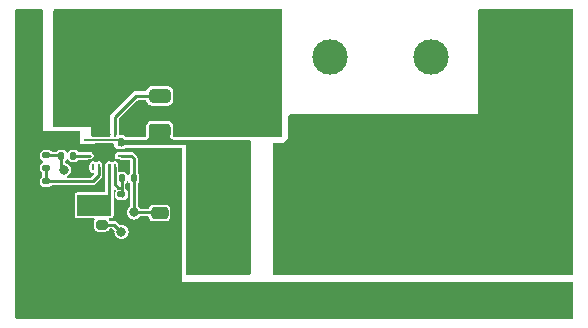
<source format=gbr>
%TF.GenerationSoftware,KiCad,Pcbnew,7.0.7*%
%TF.CreationDate,2024-01-22T10:51:04-08:00*%
%TF.ProjectId,DC-DC_converter_v2,44432d44-435f-4636-9f6e-766572746572,rev?*%
%TF.SameCoordinates,Original*%
%TF.FileFunction,Copper,L1,Top*%
%TF.FilePolarity,Positive*%
%FSLAX46Y46*%
G04 Gerber Fmt 4.6, Leading zero omitted, Abs format (unit mm)*
G04 Created by KiCad (PCBNEW 7.0.7) date 2024-01-22 10:51:04*
%MOMM*%
%LPD*%
G01*
G04 APERTURE LIST*
G04 Aperture macros list*
%AMRoundRect*
0 Rectangle with rounded corners*
0 $1 Rounding radius*
0 $2 $3 $4 $5 $6 $7 $8 $9 X,Y pos of 4 corners*
0 Add a 4 corners polygon primitive as box body*
4,1,4,$2,$3,$4,$5,$6,$7,$8,$9,$2,$3,0*
0 Add four circle primitives for the rounded corners*
1,1,$1+$1,$2,$3*
1,1,$1+$1,$4,$5*
1,1,$1+$1,$6,$7*
1,1,$1+$1,$8,$9*
0 Add four rect primitives between the rounded corners*
20,1,$1+$1,$2,$3,$4,$5,0*
20,1,$1+$1,$4,$5,$6,$7,0*
20,1,$1+$1,$6,$7,$8,$9,0*
20,1,$1+$1,$8,$9,$2,$3,0*%
G04 Aperture macros list end*
%TA.AperFunction,SMDPad,CuDef*%
%ADD10RoundRect,0.250000X-0.475000X0.250000X-0.475000X-0.250000X0.475000X-0.250000X0.475000X0.250000X0*%
%TD*%
%TA.AperFunction,SMDPad,CuDef*%
%ADD11RoundRect,0.250000X0.650000X-0.325000X0.650000X0.325000X-0.650000X0.325000X-0.650000X-0.325000X0*%
%TD*%
%TA.AperFunction,SMDPad,CuDef*%
%ADD12RoundRect,0.200000X0.200000X0.275000X-0.200000X0.275000X-0.200000X-0.275000X0.200000X-0.275000X0*%
%TD*%
%TA.AperFunction,SMDPad,CuDef*%
%ADD13O,0.252000X0.600000*%
%TD*%
%TA.AperFunction,SMDPad,CuDef*%
%ADD14O,0.600000X0.252000*%
%TD*%
%TA.AperFunction,SMDPad,CuDef*%
%ADD15R,0.926000X0.975000*%
%TD*%
%TA.AperFunction,SMDPad,CuDef*%
%ADD16RoundRect,0.135000X-0.185000X0.135000X-0.185000X-0.135000X0.185000X-0.135000X0.185000X0.135000X0*%
%TD*%
%TA.AperFunction,SMDPad,CuDef*%
%ADD17RoundRect,0.200000X0.275000X-0.200000X0.275000X0.200000X-0.275000X0.200000X-0.275000X-0.200000X0*%
%TD*%
%TA.AperFunction,SMDPad,CuDef*%
%ADD18RoundRect,0.135000X-0.135000X-0.185000X0.135000X-0.185000X0.135000X0.185000X-0.135000X0.185000X0*%
%TD*%
%TA.AperFunction,SMDPad,CuDef*%
%ADD19R,3.250000X5.500000*%
%TD*%
%TA.AperFunction,SMDPad,CuDef*%
%ADD20RoundRect,0.250000X-0.325000X-0.650000X0.325000X-0.650000X0.325000X0.650000X-0.325000X0.650000X0*%
%TD*%
%TA.AperFunction,SMDPad,CuDef*%
%ADD21RoundRect,0.135000X0.135000X0.185000X-0.135000X0.185000X-0.135000X-0.185000X0.135000X-0.185000X0*%
%TD*%
%TA.AperFunction,ComponentPad*%
%ADD22C,3.000000*%
%TD*%
%TA.AperFunction,ViaPad*%
%ADD23C,0.800000*%
%TD*%
%TA.AperFunction,Conductor*%
%ADD24C,0.250000*%
%TD*%
%TA.AperFunction,Conductor*%
%ADD25C,0.130000*%
%TD*%
G04 APERTURE END LIST*
D10*
%TO.P,C1,1*%
%TO.N,/VCC*%
X89900000Y-73450000D03*
%TO.P,C1,2*%
%TO.N,GND*%
X89900000Y-75350000D03*
%TD*%
D11*
%TO.P,C6,1*%
%TO.N,GND*%
X108260000Y-80193000D03*
%TO.P,C6,2*%
%TO.N,/Vout*%
X108260000Y-77243000D03*
%TD*%
D12*
%TO.P,R2,1*%
%TO.N,/FB*%
X83425000Y-72900000D03*
%TO.P,R2,2*%
%TO.N,GND*%
X81775000Y-72900000D03*
%TD*%
D13*
%TO.P,U1,1,BST*%
%TO.N,/BST*%
X86088000Y-66738000D03*
%TO.P,U1,2,VIN*%
%TO.N,/Vin*%
X85638000Y-66738000D03*
%TO.P,U1,3,VIN*%
X85188000Y-66738000D03*
%TO.P,U1,4,VIN*%
X84738000Y-66738000D03*
%TO.P,U1,5,VIN*%
X84288000Y-66738000D03*
D14*
%TO.P,U1,6,SW*%
%TO.N,/SW*%
X83776000Y-67250000D03*
%TO.P,U1,7,PGND*%
%TO.N,GND*%
X83776000Y-67700000D03*
%TO.P,U1,8,PGND*%
X83776000Y-68150000D03*
%TO.P,U1,9,PGOOD*%
%TO.N,Net-(U1-PGOOD)*%
X83776000Y-68600000D03*
%TO.P,U1,10,NC*%
%TO.N,GND*%
X83776000Y-69050000D03*
D13*
%TO.P,U1,11,SS*%
%TO.N,unconnected-(U1-SS-Pad11)*%
X84288000Y-69562000D03*
%TO.P,U1,12,EN*%
%TO.N,/EN*%
X84738000Y-69562000D03*
%TO.P,U1,13,AGND*%
%TO.N,GND*%
X85188000Y-69562000D03*
%TO.P,U1,14,FB*%
%TO.N,/FB*%
X85638000Y-69562000D03*
%TO.P,U1,15,MODE*%
%TO.N,/MODE*%
X86088000Y-69562000D03*
D14*
%TO.P,U1,16,NC*%
%TO.N,GND*%
X86600000Y-69050000D03*
%TO.P,U1,17,VCC*%
%TO.N,/VCC*%
X86600000Y-68600000D03*
%TO.P,U1,18,PGND*%
%TO.N,GND*%
X86600000Y-68150000D03*
%TO.P,U1,19,SW*%
%TO.N,/SW*%
X86600000Y-67700000D03*
%TO.P,U1,20,SW*%
X86600000Y-67250000D03*
D15*
%TO.P,U1,21,PGND*%
%TO.N,GND*%
X85188000Y-68150000D03*
%TD*%
D16*
%TO.P,R5,1*%
%TO.N,/MODE*%
X86675000Y-71865000D03*
%TO.P,R5,2*%
%TO.N,GND*%
X86675000Y-72885000D03*
%TD*%
D11*
%TO.P,C8,1*%
%TO.N,GND*%
X113101000Y-80193000D03*
%TO.P,C8,2*%
%TO.N,/Vout*%
X113101000Y-77243000D03*
%TD*%
D17*
%TO.P,R1,1*%
%TO.N,/Vout*%
X85000000Y-74425000D03*
%TO.P,R1,2*%
%TO.N,/FB*%
X85000000Y-72775000D03*
%TD*%
D18*
%TO.P,R3,1*%
%TO.N,/VCC*%
X81590000Y-68600000D03*
%TO.P,R3,2*%
%TO.N,Net-(U1-PGOOD)*%
X82610000Y-68600000D03*
%TD*%
D19*
%TO.P,L1,1,1*%
%TO.N,/SW*%
X94750000Y-71700000D03*
%TO.P,L1,2,2*%
%TO.N,/Vout*%
X106000000Y-71700000D03*
%TD*%
D11*
%TO.P,C7,1*%
%TO.N,GND*%
X110701000Y-80193000D03*
%TO.P,C7,2*%
%TO.N,/Vout*%
X110701000Y-77243000D03*
%TD*%
%TO.P,C2,1*%
%TO.N,/SW*%
X89900000Y-66475000D03*
%TO.P,C2,2*%
%TO.N,/BST*%
X89900000Y-63525000D03*
%TD*%
D16*
%TO.P,R6,1*%
%TO.N,/VCC*%
X80300000Y-68580000D03*
%TO.P,R6,2*%
%TO.N,/EN*%
X80300000Y-69600000D03*
%TD*%
D20*
%TO.P,C3,1*%
%TO.N,GND*%
X78925000Y-59800000D03*
%TO.P,C3,2*%
%TO.N,/Vin*%
X81875000Y-59800000D03*
%TD*%
D21*
%TO.P,R4,1*%
%TO.N,/VCC*%
X87710000Y-70500000D03*
%TO.P,R4,2*%
%TO.N,/MODE*%
X86690000Y-70500000D03*
%TD*%
D20*
%TO.P,C5,1*%
%TO.N,GND*%
X78925000Y-64800000D03*
%TO.P,C5,2*%
%TO.N,/Vin*%
X81875000Y-64800000D03*
%TD*%
D22*
%TO.P,U2,1,ground*%
%TO.N,GND*%
X104300000Y-60200000D03*
%TO.P,U2,2,power*%
%TO.N,/Vin*%
X96300000Y-60200000D03*
%TD*%
D16*
%TO.P,R7,1*%
%TO.N,/EN*%
X80300000Y-70780000D03*
%TO.P,R7,2*%
%TO.N,GND*%
X80300000Y-71800000D03*
%TD*%
D20*
%TO.P,C4,1*%
%TO.N,GND*%
X78925000Y-62300000D03*
%TO.P,C4,2*%
%TO.N,/Vin*%
X81875000Y-62300000D03*
%TD*%
D22*
%TO.P,U3,1,ground*%
%TO.N,GND*%
X112900000Y-60200000D03*
%TO.P,U3,2,power*%
%TO.N,/Vout*%
X120900000Y-60200000D03*
%TD*%
D11*
%TO.P,C9,1*%
%TO.N,GND*%
X115501000Y-80193000D03*
%TO.P,C9,2*%
%TO.N,/Vout*%
X115501000Y-77243000D03*
%TD*%
D23*
%TO.N,/VCC*%
X81800000Y-69800000D03*
X87725000Y-73400000D03*
%TO.N,GND*%
X83700000Y-81000000D03*
X99200000Y-80200000D03*
X83700000Y-78800000D03*
X117600000Y-80200000D03*
X98100000Y-80200000D03*
X119800000Y-80200000D03*
X95900000Y-80200000D03*
X120900000Y-81300000D03*
X79300000Y-78800000D03*
X82600000Y-81000000D03*
X100300000Y-80200000D03*
X79300000Y-75100000D03*
X80400000Y-75100000D03*
X118700000Y-81300000D03*
X80400000Y-78800000D03*
X79300000Y-79900000D03*
X119800000Y-81300000D03*
X80400000Y-79900000D03*
X79300000Y-81000000D03*
X120900000Y-80200000D03*
X82600000Y-78800000D03*
X81500000Y-75100000D03*
X81500000Y-79900000D03*
X81500000Y-76200000D03*
X122000000Y-81300000D03*
X79300000Y-76200000D03*
X99200000Y-81300000D03*
X122000000Y-80200000D03*
X81500000Y-78800000D03*
X117600000Y-81300000D03*
X81500000Y-81000000D03*
X82600000Y-79900000D03*
X97000000Y-81300000D03*
X95900000Y-81300000D03*
X97000000Y-80200000D03*
X80400000Y-76200000D03*
X100300000Y-81300000D03*
X118700000Y-80200000D03*
X83700000Y-79900000D03*
X80400000Y-81000000D03*
X98100000Y-81300000D03*
%TO.N,/Vout*%
X86675000Y-75050000D03*
X101000000Y-77100000D03*
%TD*%
D24*
%TO.N,/VCC*%
X87710000Y-68810000D02*
X87500000Y-68600000D01*
X87710000Y-73385000D02*
X87725000Y-73400000D01*
X81590000Y-68600000D02*
X81590000Y-69590000D01*
X89850000Y-73400000D02*
X89900000Y-73450000D01*
X80300000Y-68580000D02*
X81570000Y-68580000D01*
X87725000Y-73400000D02*
X89850000Y-73400000D01*
X81570000Y-68580000D02*
X81590000Y-68600000D01*
X87710000Y-70500000D02*
X87710000Y-68810000D01*
X81590000Y-69590000D02*
X81800000Y-69800000D01*
X86961810Y-68600000D02*
X86960810Y-68601000D01*
X87500000Y-68600000D02*
X86600000Y-68600000D01*
X87710000Y-70500000D02*
X87710000Y-73385000D01*
D25*
%TO.N,GND*%
X84999422Y-68150000D02*
X84150922Y-68998500D01*
X84150922Y-68998500D02*
X83827500Y-68998500D01*
X85188000Y-68212000D02*
X85188000Y-69562000D01*
X85188000Y-68150000D02*
X86600000Y-68150000D01*
X85188000Y-68150000D02*
X86027500Y-68989500D01*
X86027500Y-68989500D02*
X86539500Y-68989500D01*
%TO.N,/SW*%
X86549000Y-67301000D02*
X86600000Y-67250000D01*
X83776000Y-67250000D02*
X83827000Y-67301000D01*
X83776000Y-67250000D02*
X84074000Y-67250000D01*
X83827000Y-67301000D02*
X86549000Y-67301000D01*
D24*
X86600000Y-67250000D02*
X86600000Y-67699000D01*
%TO.N,/Vin*%
X85188000Y-66738000D02*
X85637000Y-66738000D01*
X85188000Y-66738000D02*
X84288000Y-66738000D01*
%TO.N,/Vout*%
X86675000Y-75050000D02*
X86050000Y-74425000D01*
X86050000Y-74425000D02*
X85000000Y-74425000D01*
%TO.N,Net-(U1-PGOOD)*%
X82610000Y-68600000D02*
X84000000Y-68600000D01*
X83416190Y-68600000D02*
X83415190Y-68601000D01*
%TO.N,/MODE*%
X86089000Y-70989000D02*
X86089000Y-69562000D01*
X86690000Y-71300000D02*
X86400000Y-71300000D01*
X86690000Y-71300000D02*
X86690000Y-71980000D01*
X86690000Y-71980000D02*
X86700000Y-71990000D01*
X86690000Y-70500000D02*
X86690000Y-71300000D01*
X86400000Y-71300000D02*
X86089000Y-70989000D01*
%TO.N,/EN*%
X80300000Y-69600000D02*
X80300000Y-70780000D01*
X80300000Y-70780000D02*
X84220000Y-70780000D01*
X84220000Y-70780000D02*
X84738000Y-70262000D01*
X84738000Y-70262000D02*
X84738000Y-69562000D01*
%TO.N,/BST*%
X89900000Y-63525000D02*
X87875000Y-63525000D01*
X86089000Y-65311000D02*
X86089000Y-66738000D01*
X87875000Y-63525000D02*
X86089000Y-65311000D01*
%TD*%
%TA.AperFunction,Conductor*%
%TO.N,/Vin*%
G36*
X100242121Y-56220002D02*
G01*
X100288614Y-56273658D01*
X100300000Y-56326000D01*
X100300000Y-66874000D01*
X100279998Y-66942121D01*
X100226342Y-66988614D01*
X100174000Y-67000000D01*
X91178458Y-67000000D01*
X91110337Y-66979998D01*
X91063844Y-66926342D01*
X91053180Y-66860529D01*
X91054500Y-66848255D01*
X91054499Y-66101746D01*
X91048040Y-66041658D01*
X90997342Y-65905733D01*
X90910404Y-65789596D01*
X90794267Y-65702658D01*
X90794265Y-65702657D01*
X90794266Y-65702657D01*
X90658349Y-65651962D01*
X90658344Y-65651960D01*
X90658342Y-65651960D01*
X90628298Y-65648730D01*
X90598256Y-65645500D01*
X89201753Y-65645500D01*
X89201729Y-65645502D01*
X89141660Y-65651959D01*
X89141658Y-65651959D01*
X89005733Y-65702657D01*
X88889596Y-65789596D01*
X88802657Y-65905734D01*
X88751962Y-66041650D01*
X88751960Y-66041658D01*
X88745500Y-66101737D01*
X88745500Y-66848246D01*
X88745501Y-66848260D01*
X88746280Y-66855500D01*
X88746820Y-66860527D01*
X88746821Y-66860530D01*
X88734216Y-66930399D01*
X88685838Y-66982361D01*
X88621543Y-67000000D01*
X87115548Y-67000000D01*
X87047427Y-66979998D01*
X87038157Y-66973431D01*
X86957604Y-66910733D01*
X86837494Y-66869500D01*
X86606233Y-66869500D01*
X86601024Y-66869284D01*
X86584088Y-66867880D01*
X86517853Y-66842317D01*
X86475953Y-66785003D01*
X86468500Y-66742311D01*
X86468500Y-65520384D01*
X86488502Y-65452263D01*
X86505405Y-65431289D01*
X87995289Y-63941405D01*
X88057601Y-63907379D01*
X88084384Y-63904500D01*
X88644395Y-63904500D01*
X88712516Y-63924502D01*
X88759009Y-63978158D01*
X88762450Y-63986467D01*
X88802657Y-64094266D01*
X88802658Y-64094267D01*
X88889596Y-64210404D01*
X89005733Y-64297342D01*
X89141658Y-64348040D01*
X89201745Y-64354500D01*
X90598254Y-64354499D01*
X90658342Y-64348040D01*
X90794267Y-64297342D01*
X90910404Y-64210404D01*
X90997342Y-64094267D01*
X91048040Y-63958342D01*
X91054500Y-63898255D01*
X91054499Y-63151746D01*
X91048040Y-63091658D01*
X90997342Y-62955733D01*
X90910404Y-62839596D01*
X90794267Y-62752658D01*
X90794265Y-62752657D01*
X90794266Y-62752657D01*
X90658349Y-62701962D01*
X90658344Y-62701960D01*
X90658342Y-62701960D01*
X90628298Y-62698730D01*
X90598256Y-62695500D01*
X89201753Y-62695500D01*
X89201729Y-62695502D01*
X89141660Y-62701959D01*
X89141658Y-62701959D01*
X89005733Y-62752657D01*
X88889596Y-62839596D01*
X88802657Y-62955733D01*
X88762450Y-63063533D01*
X88719904Y-63120369D01*
X88653383Y-63145179D01*
X88644395Y-63145500D01*
X87927422Y-63145500D01*
X87901564Y-63142818D01*
X87896650Y-63141787D01*
X87890897Y-63140581D01*
X87866546Y-63143617D01*
X87855322Y-63145016D01*
X87847533Y-63145500D01*
X87843557Y-63145500D01*
X87820274Y-63149385D01*
X87765215Y-63156248D01*
X87757622Y-63158508D01*
X87750072Y-63161100D01*
X87701294Y-63187497D01*
X87651432Y-63211873D01*
X87644978Y-63216481D01*
X87638685Y-63221380D01*
X87601119Y-63262186D01*
X85857724Y-65005580D01*
X85837551Y-65021964D01*
X85828419Y-65027930D01*
X85828416Y-65027933D01*
X85806394Y-65056227D01*
X85801231Y-65062073D01*
X85800285Y-65063019D01*
X85798415Y-65064890D01*
X85784705Y-65084093D01*
X85750628Y-65127876D01*
X85746835Y-65134884D01*
X85743346Y-65142022D01*
X85727520Y-65195182D01*
X85709499Y-65247673D01*
X85708194Y-65255495D01*
X85707207Y-65263410D01*
X85709500Y-65318825D01*
X85709500Y-66478081D01*
X85707781Y-66498820D01*
X85707500Y-66500503D01*
X85707500Y-66855500D01*
X85687498Y-66923621D01*
X85633842Y-66970114D01*
X85581500Y-66981500D01*
X84281707Y-66981500D01*
X84218706Y-66964619D01*
X84175414Y-66939624D01*
X84175742Y-66939054D01*
X84155857Y-66928055D01*
X84148606Y-66922411D01*
X84107137Y-66864784D01*
X84100000Y-66822981D01*
X84100000Y-66200000D01*
X81026000Y-66200000D01*
X80957879Y-66179998D01*
X80911386Y-66126342D01*
X80900000Y-66074000D01*
X80900000Y-56326000D01*
X80920002Y-56257879D01*
X80973658Y-56211386D01*
X81026000Y-56200000D01*
X100174000Y-56200000D01*
X100242121Y-56220002D01*
G37*
%TD.AperFunction*%
%TD*%
%TA.AperFunction,Conductor*%
%TO.N,/Vout*%
G36*
X115200000Y-78700000D02*
G01*
X99624000Y-78700000D01*
X99556961Y-78680315D01*
X99511206Y-78627511D01*
X99500000Y-78576000D01*
X99500000Y-67629500D01*
X99519685Y-67562461D01*
X99572489Y-67516706D01*
X99624000Y-67505500D01*
X100174000Y-67505500D01*
X100281449Y-67493948D01*
X100333791Y-67482562D01*
X100436333Y-67448433D01*
X100557373Y-67370646D01*
X100609796Y-67325221D01*
X100610862Y-67324347D01*
X100705249Y-67215418D01*
X100705250Y-67215416D01*
X100705252Y-67215414D01*
X100713701Y-67196914D01*
X100765020Y-67084541D01*
X100765020Y-67084539D01*
X100765022Y-67084536D01*
X100785024Y-67016415D01*
X100805500Y-66874000D01*
X100805500Y-65224000D01*
X100825185Y-65156961D01*
X100877989Y-65111206D01*
X100929500Y-65100000D01*
X115200000Y-65100000D01*
X115200000Y-78700000D01*
G37*
%TD.AperFunction*%
%TD*%
%TA.AperFunction,Conductor*%
%TO.N,/FB*%
G36*
X85750263Y-69314352D02*
G01*
X85764615Y-69349000D01*
X85763871Y-69357503D01*
X85763592Y-69359085D01*
X85763500Y-69359609D01*
X85763500Y-69764392D01*
X85764756Y-69771512D01*
X85765500Y-69780020D01*
X85765500Y-70973793D01*
X85765407Y-70975929D01*
X85761759Y-71017630D01*
X85772588Y-71058050D01*
X85773051Y-71060137D01*
X85780318Y-71101350D01*
X85780319Y-71101352D01*
X85784317Y-71108276D01*
X85789213Y-71120096D01*
X85791283Y-71127824D01*
X85793095Y-71131708D01*
X85792512Y-71131979D01*
X85800000Y-71155721D01*
X85800000Y-73651000D01*
X85785648Y-73685648D01*
X85751000Y-73700000D01*
X82949000Y-73700000D01*
X82914352Y-73685648D01*
X82900000Y-73651000D01*
X82900000Y-71949000D01*
X82914352Y-71914352D01*
X82949000Y-71900000D01*
X85500000Y-71900000D01*
X85500000Y-69839568D01*
X85500744Y-69831059D01*
X85512500Y-69764390D01*
X85512500Y-69359610D01*
X85512129Y-69357507D01*
X85520246Y-69320895D01*
X85551876Y-69300744D01*
X85560385Y-69300000D01*
X85715615Y-69300000D01*
X85750263Y-69314352D01*
G37*
%TD.AperFunction*%
%TD*%
%TA.AperFunction,Conductor*%
%TO.N,/Vout*%
G36*
X124881255Y-56218745D02*
G01*
X124900000Y-56264000D01*
X124900000Y-78636000D01*
X124881255Y-78681255D01*
X124836000Y-78700000D01*
X115200000Y-78700000D01*
X115200000Y-65100000D01*
X116900000Y-65100000D01*
X116900000Y-56263999D01*
X116918745Y-56218745D01*
X116964000Y-56200000D01*
X124836000Y-56200000D01*
X124881255Y-56218745D01*
G37*
%TD.AperFunction*%
%TD*%
%TA.AperFunction,Conductor*%
%TO.N,GND*%
G36*
X79981255Y-56218745D02*
G01*
X80000000Y-56264000D01*
X80000000Y-66500000D01*
X83136000Y-66500000D01*
X83181255Y-66518745D01*
X83200000Y-66564000D01*
X83200000Y-67600000D01*
X84400000Y-67600000D01*
X84416755Y-67583245D01*
X84462010Y-67564500D01*
X85936000Y-67564500D01*
X85981255Y-67583245D01*
X86000000Y-67628499D01*
X86000000Y-67900000D01*
X86140372Y-67900000D01*
X86185627Y-67918745D01*
X86189398Y-67922861D01*
X86214198Y-67952416D01*
X86313302Y-68009634D01*
X86397610Y-68024500D01*
X86397614Y-68024500D01*
X86802386Y-68024500D01*
X86802390Y-68024500D01*
X86886698Y-68009634D01*
X86965609Y-67964073D01*
X86997609Y-67955500D01*
X91736000Y-67955500D01*
X91781255Y-67974245D01*
X91800000Y-68019500D01*
X91799999Y-79299999D01*
X91800000Y-79300000D01*
X89800000Y-79300000D01*
X89800000Y-82400000D01*
X77764000Y-82400000D01*
X77718745Y-82381255D01*
X77700000Y-82336000D01*
X77700000Y-73651002D01*
X82696500Y-73651002D01*
X82711989Y-73728873D01*
X82711991Y-73728879D01*
X82726338Y-73763515D01*
X82726347Y-73763534D01*
X82762610Y-73821246D01*
X82762611Y-73821247D01*
X82770515Y-73826855D01*
X82836474Y-73873657D01*
X82871122Y-73888009D01*
X82871126Y-73888009D01*
X82871127Y-73888010D01*
X82948997Y-73903500D01*
X82949000Y-73903500D01*
X84337127Y-73903500D01*
X84382382Y-73922245D01*
X84401127Y-73967500D01*
X84394152Y-73996553D01*
X84358485Y-74066556D01*
X84341279Y-74100324D01*
X84326500Y-74193641D01*
X84326500Y-74656358D01*
X84341279Y-74749675D01*
X84341279Y-74749676D01*
X84341280Y-74749678D01*
X84398588Y-74862152D01*
X84487848Y-74951412D01*
X84600322Y-75008720D01*
X84693640Y-75023500D01*
X84693642Y-75023500D01*
X85306358Y-75023500D01*
X85306360Y-75023500D01*
X85399678Y-75008720D01*
X85512152Y-74951412D01*
X85601412Y-74862152D01*
X85615279Y-74834934D01*
X85641516Y-74783445D01*
X85678763Y-74751632D01*
X85698540Y-74748500D01*
X85889492Y-74748500D01*
X85934747Y-74767245D01*
X86066022Y-74898520D01*
X86084767Y-74943775D01*
X86084220Y-74952128D01*
X86071336Y-75050002D01*
X86071336Y-75050004D01*
X86091903Y-75206234D01*
X86091905Y-75206240D01*
X86152212Y-75351832D01*
X86248145Y-75476855D01*
X86373168Y-75572788D01*
X86518760Y-75633095D01*
X86518763Y-75633095D01*
X86518765Y-75633096D01*
X86674995Y-75653664D01*
X86675000Y-75653664D01*
X86675005Y-75653664D01*
X86831234Y-75633096D01*
X86831235Y-75633095D01*
X86831240Y-75633095D01*
X86976832Y-75572788D01*
X87101855Y-75476855D01*
X87197788Y-75351832D01*
X87258095Y-75206240D01*
X87258096Y-75206234D01*
X87278664Y-75050004D01*
X87278664Y-75049995D01*
X87258096Y-74893765D01*
X87258095Y-74893763D01*
X87258095Y-74893760D01*
X87197788Y-74748168D01*
X87101855Y-74623145D01*
X86976832Y-74527212D01*
X86976829Y-74527210D01*
X86976828Y-74527210D01*
X86831243Y-74466906D01*
X86831234Y-74466903D01*
X86675005Y-74446336D01*
X86675003Y-74446336D01*
X86675001Y-74446336D01*
X86675000Y-74446336D01*
X86640159Y-74450922D01*
X86577128Y-74459220D01*
X86529814Y-74446541D01*
X86523520Y-74441022D01*
X86289728Y-74207229D01*
X86287849Y-74205180D01*
X86261150Y-74173361D01*
X86261149Y-74173360D01*
X86261148Y-74173359D01*
X86261149Y-74173359D01*
X86225194Y-74152601D01*
X86222839Y-74151101D01*
X86188825Y-74127284D01*
X86188823Y-74127283D01*
X86183000Y-74125723D01*
X86167574Y-74119333D01*
X86162354Y-74116320D01*
X86162351Y-74116318D01*
X86121460Y-74109108D01*
X86118735Y-74108504D01*
X86078630Y-74097759D01*
X86037252Y-74101378D01*
X86034463Y-74101500D01*
X85698540Y-74101500D01*
X85653285Y-74082755D01*
X85641516Y-74066556D01*
X85605849Y-73996556D01*
X85602005Y-73947723D01*
X85633817Y-73910476D01*
X85662873Y-73903500D01*
X85751003Y-73903500D01*
X85828873Y-73888010D01*
X85828873Y-73888009D01*
X85828878Y-73888009D01*
X85863526Y-73873657D01*
X85863534Y-73873652D01*
X85921246Y-73837389D01*
X85921247Y-73837388D01*
X85928721Y-73826855D01*
X85973657Y-73763526D01*
X85988009Y-73728878D01*
X86003500Y-73651000D01*
X86003499Y-71515506D01*
X86022244Y-71470252D01*
X86067499Y-71451507D01*
X86112754Y-71470252D01*
X86160271Y-71517770D01*
X86162158Y-71519829D01*
X86173147Y-71532925D01*
X86187876Y-71579641D01*
X86182124Y-71601109D01*
X86162895Y-71642347D01*
X86162893Y-71642353D01*
X86156500Y-71690914D01*
X86156500Y-72039085D01*
X86162893Y-72087646D01*
X86162894Y-72087648D01*
X86212598Y-72194239D01*
X86295761Y-72277402D01*
X86402352Y-72327106D01*
X86450920Y-72333500D01*
X86899080Y-72333500D01*
X86947648Y-72327106D01*
X87054239Y-72277402D01*
X87137402Y-72194239D01*
X87187106Y-72087648D01*
X87193500Y-72039080D01*
X87193500Y-71690920D01*
X87187106Y-71642352D01*
X87137402Y-71535761D01*
X87054239Y-71452598D01*
X87054237Y-71452597D01*
X87050448Y-71450830D01*
X87017357Y-71414714D01*
X87013500Y-71392833D01*
X87013500Y-71271694D01*
X87013499Y-71271693D01*
X87013500Y-71258964D01*
X87013499Y-71258958D01*
X87013500Y-71242957D01*
X87013500Y-70994650D01*
X87032244Y-70949396D01*
X87102402Y-70879239D01*
X87141996Y-70794327D01*
X87178111Y-70761235D01*
X87227047Y-70763371D01*
X87258003Y-70794327D01*
X87297598Y-70879239D01*
X87367755Y-70949396D01*
X87386500Y-70994650D01*
X87386500Y-72873786D01*
X87367755Y-72919041D01*
X87361461Y-72924561D01*
X87298145Y-72973145D01*
X87202212Y-73098168D01*
X87202210Y-73098171D01*
X87141906Y-73243756D01*
X87141903Y-73243765D01*
X87121336Y-73399995D01*
X87121336Y-73400004D01*
X87141903Y-73556234D01*
X87141905Y-73556240D01*
X87202212Y-73701832D01*
X87298145Y-73826855D01*
X87423168Y-73922788D01*
X87568760Y-73983095D01*
X87568763Y-73983095D01*
X87568765Y-73983096D01*
X87724995Y-74003664D01*
X87725000Y-74003664D01*
X87725005Y-74003664D01*
X87881234Y-73983096D01*
X87881235Y-73983095D01*
X87881240Y-73983095D01*
X88026832Y-73922788D01*
X88151855Y-73826855D01*
X88211948Y-73748539D01*
X88254370Y-73724048D01*
X88262724Y-73723500D01*
X88915358Y-73723500D01*
X88960613Y-73742245D01*
X88979078Y-73781525D01*
X88979339Y-73784318D01*
X88979341Y-73784327D01*
X89023993Y-73911933D01*
X89023996Y-73911939D01*
X89086446Y-73996556D01*
X89104280Y-74020720D01*
X89104283Y-74020722D01*
X89104284Y-74020723D01*
X89212137Y-74100322D01*
X89213063Y-74101005D01*
X89213066Y-74101006D01*
X89340672Y-74145658D01*
X89340674Y-74145658D01*
X89340677Y-74145659D01*
X89370974Y-74148500D01*
X89370982Y-74148500D01*
X90429018Y-74148500D01*
X90429026Y-74148500D01*
X90459323Y-74145659D01*
X90459325Y-74145658D01*
X90459327Y-74145658D01*
X90523129Y-74123331D01*
X90586937Y-74101005D01*
X90695720Y-74020720D01*
X90776005Y-73911937D01*
X90802091Y-73837387D01*
X90820658Y-73784327D01*
X90820658Y-73784325D01*
X90820659Y-73784323D01*
X90823500Y-73754026D01*
X90823500Y-73145974D01*
X90820659Y-73115677D01*
X90820658Y-73115674D01*
X90820658Y-73115672D01*
X90776006Y-72988066D01*
X90776005Y-72988064D01*
X90776005Y-72988063D01*
X90695720Y-72879280D01*
X90657085Y-72850766D01*
X90586939Y-72798996D01*
X90586933Y-72798993D01*
X90459327Y-72754341D01*
X90449224Y-72753394D01*
X90429026Y-72751500D01*
X89370974Y-72751500D01*
X89352329Y-72753248D01*
X89340672Y-72754341D01*
X89213066Y-72798993D01*
X89213060Y-72798996D01*
X89104284Y-72879276D01*
X89104276Y-72879284D01*
X89023994Y-72988064D01*
X89008048Y-73033637D01*
X88975408Y-73070162D01*
X88947639Y-73076500D01*
X88262724Y-73076500D01*
X88217469Y-73057755D01*
X88211949Y-73051461D01*
X88163304Y-72988066D01*
X88151855Y-72973145D01*
X88151853Y-72973144D01*
X88151853Y-72973143D01*
X88151852Y-72973142D01*
X88058539Y-72901540D01*
X88034048Y-72859119D01*
X88033500Y-72850766D01*
X88033500Y-70994650D01*
X88052244Y-70949396D01*
X88122402Y-70879239D01*
X88172106Y-70772648D01*
X88178500Y-70724080D01*
X88178500Y-70275920D01*
X88172106Y-70227352D01*
X88122402Y-70120761D01*
X88052245Y-70050604D01*
X88033500Y-70005349D01*
X88033500Y-68825523D01*
X88033622Y-68822732D01*
X88035380Y-68802646D01*
X88037241Y-68781370D01*
X88026487Y-68741236D01*
X88025891Y-68738543D01*
X88018681Y-68697649D01*
X88015668Y-68692430D01*
X88009273Y-68676992D01*
X88007715Y-68671174D01*
X87983891Y-68637151D01*
X87982401Y-68634812D01*
X87961639Y-68598850D01*
X87946989Y-68586557D01*
X87929827Y-68572155D01*
X87927768Y-68570269D01*
X87739726Y-68382227D01*
X87737839Y-68380168D01*
X87736617Y-68378712D01*
X87711150Y-68348361D01*
X87711149Y-68348360D01*
X87711147Y-68348358D01*
X87675194Y-68327601D01*
X87672839Y-68326101D01*
X87638825Y-68302284D01*
X87638823Y-68302283D01*
X87633000Y-68300723D01*
X87617574Y-68294333D01*
X87612354Y-68291320D01*
X87612351Y-68291318D01*
X87571460Y-68284108D01*
X87568735Y-68283504D01*
X87528630Y-68272759D01*
X87487252Y-68276378D01*
X87484463Y-68276500D01*
X86977333Y-68276500D01*
X86974549Y-68276378D01*
X86933180Y-68272759D01*
X86933179Y-68272759D01*
X86927358Y-68274319D01*
X86910792Y-68276500D01*
X86813662Y-68276500D01*
X86802551Y-68275528D01*
X86802397Y-68275501D01*
X86802394Y-68275500D01*
X86802390Y-68275500D01*
X86397610Y-68275500D01*
X86397609Y-68275500D01*
X86313301Y-68290366D01*
X86214197Y-68347584D01*
X86140639Y-68435246D01*
X86140638Y-68435247D01*
X86101500Y-68542782D01*
X86101500Y-68657217D01*
X86101499Y-68657217D01*
X86140638Y-68764752D01*
X86140639Y-68764753D01*
X86154582Y-68781370D01*
X86214198Y-68852416D01*
X86313302Y-68909634D01*
X86397610Y-68924500D01*
X86397614Y-68924500D01*
X86802386Y-68924500D01*
X86802390Y-68924500D01*
X86802499Y-68924480D01*
X86802551Y-68924472D01*
X86813662Y-68923500D01*
X86933857Y-68923500D01*
X86936640Y-68923621D01*
X86989440Y-68928241D01*
X86998994Y-68925680D01*
X87015558Y-68923500D01*
X87322500Y-68923500D01*
X87367755Y-68942245D01*
X87386500Y-68987500D01*
X87386500Y-70005349D01*
X87367755Y-70050604D01*
X87297599Y-70120759D01*
X87297598Y-70120760D01*
X87297598Y-70120761D01*
X87294222Y-70128002D01*
X87258004Y-70205672D01*
X87221889Y-70238764D01*
X87172952Y-70236628D01*
X87141996Y-70205672D01*
X87102402Y-70120761D01*
X87019239Y-70037598D01*
X86912648Y-69987894D01*
X86912646Y-69987893D01*
X86864085Y-69981500D01*
X86864080Y-69981500D01*
X86515920Y-69981500D01*
X86484853Y-69985590D01*
X86437539Y-69972911D01*
X86413047Y-69930490D01*
X86412500Y-69922137D01*
X86412500Y-69359613D01*
X86412500Y-69359610D01*
X86397634Y-69275302D01*
X86340416Y-69176198D01*
X86252753Y-69102639D01*
X86252752Y-69102638D01*
X86145218Y-69063500D01*
X86030782Y-69063500D01*
X85923247Y-69102638D01*
X85923246Y-69102639D01*
X85904136Y-69118674D01*
X85857419Y-69133402D01*
X85821860Y-69118672D01*
X85813776Y-69111889D01*
X85802753Y-69102639D01*
X85802752Y-69102638D01*
X85695218Y-69063500D01*
X85580782Y-69063500D01*
X85473247Y-69102638D01*
X85473246Y-69102639D01*
X85440653Y-69129988D01*
X85437275Y-69132465D01*
X85410904Y-69149265D01*
X85410899Y-69149269D01*
X85360357Y-69195006D01*
X85321570Y-69276845D01*
X85313453Y-69313457D01*
X85313084Y-69330396D01*
X85309000Y-69339960D01*
X85309000Y-69740983D01*
X85308028Y-69752097D01*
X85299564Y-69800095D01*
X85298405Y-69808906D01*
X85296887Y-69826264D01*
X85296500Y-69835131D01*
X85296500Y-71632500D01*
X85277755Y-71677755D01*
X85232500Y-71696500D01*
X82948997Y-71696500D01*
X82871126Y-71711989D01*
X82871120Y-71711991D01*
X82836484Y-71726338D01*
X82836465Y-71726347D01*
X82778753Y-71762610D01*
X82778752Y-71762611D01*
X82726342Y-71836475D01*
X82711989Y-71871127D01*
X82696500Y-71948997D01*
X82696500Y-73651002D01*
X77700000Y-73651002D01*
X77700000Y-70954085D01*
X79781500Y-70954085D01*
X79787893Y-71002646D01*
X79787894Y-71002648D01*
X79837598Y-71109239D01*
X79920761Y-71192402D01*
X80027352Y-71242106D01*
X80075920Y-71248500D01*
X80524080Y-71248500D01*
X80572648Y-71242106D01*
X80679239Y-71192402D01*
X80749396Y-71122244D01*
X80794650Y-71103500D01*
X84204477Y-71103500D01*
X84207260Y-71103621D01*
X84248630Y-71107241D01*
X84288753Y-71096489D01*
X84291458Y-71095891D01*
X84293948Y-71095451D01*
X84332351Y-71088681D01*
X84337568Y-71085668D01*
X84353004Y-71079274D01*
X84358826Y-71077715D01*
X84392848Y-71053891D01*
X84395171Y-71052410D01*
X84431150Y-71031639D01*
X84457851Y-70999816D01*
X84459718Y-70997778D01*
X84955764Y-70501732D01*
X84957811Y-70499855D01*
X84989639Y-70473150D01*
X85010403Y-70437183D01*
X85011898Y-70434838D01*
X85035715Y-70400826D01*
X85037274Y-70395004D01*
X85043667Y-70379569D01*
X85046681Y-70374351D01*
X85053890Y-70333461D01*
X85054488Y-70330760D01*
X85065242Y-70290630D01*
X85061621Y-70249249D01*
X85061500Y-70246464D01*
X85061500Y-69775661D01*
X85062473Y-69764546D01*
X85062498Y-69764399D01*
X85062500Y-69764390D01*
X85062500Y-69359610D01*
X85047634Y-69275302D01*
X84990416Y-69176198D01*
X84902753Y-69102639D01*
X84902752Y-69102638D01*
X84795218Y-69063500D01*
X84680782Y-69063500D01*
X84573247Y-69102638D01*
X84573246Y-69102639D01*
X84554138Y-69118673D01*
X84507422Y-69133402D01*
X84471862Y-69118673D01*
X84452753Y-69102639D01*
X84452752Y-69102638D01*
X84345218Y-69063500D01*
X84230782Y-69063500D01*
X84123247Y-69102638D01*
X84123246Y-69102639D01*
X84035584Y-69176197D01*
X83978366Y-69275301D01*
X83971638Y-69313460D01*
X83963500Y-69359610D01*
X83963500Y-69764390D01*
X83978366Y-69848698D01*
X84035584Y-69947802D01*
X84112571Y-70012403D01*
X84123246Y-70021360D01*
X84123247Y-70021361D01*
X84230782Y-70060500D01*
X84327492Y-70060500D01*
X84372747Y-70079245D01*
X84391492Y-70124500D01*
X84372747Y-70169755D01*
X84104747Y-70437755D01*
X84059492Y-70456500D01*
X82100773Y-70456500D01*
X82055518Y-70437755D01*
X82036773Y-70392500D01*
X82055518Y-70347245D01*
X82076281Y-70333372D01*
X82084021Y-70330165D01*
X82101832Y-70322788D01*
X82226855Y-70226855D01*
X82322788Y-70101832D01*
X82383095Y-69956240D01*
X82399039Y-69835131D01*
X82403664Y-69800004D01*
X82403664Y-69799995D01*
X82383096Y-69643765D01*
X82383095Y-69643763D01*
X82383095Y-69643760D01*
X82322788Y-69498168D01*
X82226855Y-69373145D01*
X82101832Y-69277212D01*
X82101829Y-69277210D01*
X82101828Y-69277210D01*
X81953008Y-69215566D01*
X81918372Y-69180929D01*
X81913500Y-69156438D01*
X81913500Y-69094650D01*
X81932244Y-69049396D01*
X82002402Y-68979239D01*
X82041996Y-68894327D01*
X82078111Y-68861235D01*
X82127047Y-68863371D01*
X82158003Y-68894327D01*
X82197598Y-68979239D01*
X82280761Y-69062402D01*
X82387352Y-69112106D01*
X82435920Y-69118500D01*
X82784080Y-69118500D01*
X82832648Y-69112106D01*
X82939239Y-69062402D01*
X83022402Y-68979239D01*
X83025565Y-68972454D01*
X83031162Y-68960454D01*
X83067276Y-68927360D01*
X83089166Y-68923500D01*
X83388237Y-68923500D01*
X83391020Y-68923621D01*
X83443820Y-68928241D01*
X83453374Y-68925680D01*
X83469938Y-68923500D01*
X83562338Y-68923500D01*
X83573449Y-68924472D01*
X83573509Y-68924482D01*
X83573610Y-68924500D01*
X83573614Y-68924500D01*
X83978386Y-68924500D01*
X83978390Y-68924500D01*
X83978499Y-68924480D01*
X83978551Y-68924472D01*
X83989662Y-68923500D01*
X84028301Y-68923500D01*
X84028306Y-68923500D01*
X84112351Y-68908681D01*
X84211150Y-68851639D01*
X84284482Y-68764246D01*
X84323500Y-68657042D01*
X84323500Y-68542958D01*
X84284482Y-68435755D01*
X84284480Y-68435753D01*
X84284480Y-68435752D01*
X84211152Y-68348362D01*
X84175193Y-68327601D01*
X84112351Y-68291319D01*
X84084336Y-68286379D01*
X84028308Y-68276500D01*
X84028306Y-68276500D01*
X83989662Y-68276500D01*
X83978551Y-68275528D01*
X83978397Y-68275501D01*
X83978394Y-68275500D01*
X83978390Y-68275500D01*
X83573610Y-68275500D01*
X83573606Y-68275500D01*
X83573602Y-68275501D01*
X83573449Y-68275528D01*
X83562338Y-68276500D01*
X83431713Y-68276500D01*
X83428929Y-68276378D01*
X83387560Y-68272759D01*
X83387559Y-68272759D01*
X83381738Y-68274319D01*
X83365172Y-68276500D01*
X83089166Y-68276500D01*
X83043911Y-68257755D01*
X83031162Y-68239546D01*
X83022404Y-68220765D01*
X83022403Y-68220763D01*
X83022402Y-68220762D01*
X83022402Y-68220761D01*
X82939239Y-68137598D01*
X82832648Y-68087894D01*
X82832646Y-68087893D01*
X82784085Y-68081500D01*
X82784080Y-68081500D01*
X82435920Y-68081500D01*
X82435914Y-68081500D01*
X82387353Y-68087893D01*
X82280759Y-68137599D01*
X82197599Y-68220759D01*
X82197598Y-68220760D01*
X82197598Y-68220761D01*
X82159584Y-68302284D01*
X82158004Y-68305672D01*
X82121889Y-68338764D01*
X82072952Y-68336628D01*
X82041996Y-68305672D01*
X82040417Y-68302285D01*
X82002402Y-68220761D01*
X81919239Y-68137598D01*
X81812648Y-68087894D01*
X81812646Y-68087893D01*
X81764085Y-68081500D01*
X81764080Y-68081500D01*
X81415920Y-68081500D01*
X81415914Y-68081500D01*
X81367353Y-68087893D01*
X81260759Y-68137599D01*
X81177596Y-68220763D01*
X81174383Y-68225352D01*
X81172933Y-68224337D01*
X81142055Y-68252638D01*
X81120160Y-68256500D01*
X80794650Y-68256500D01*
X80749396Y-68237755D01*
X80679239Y-68167598D01*
X80572648Y-68117894D01*
X80572646Y-68117893D01*
X80524085Y-68111500D01*
X80524080Y-68111500D01*
X80075920Y-68111500D01*
X80075914Y-68111500D01*
X80027353Y-68117893D01*
X79920759Y-68167599D01*
X79837599Y-68250759D01*
X79787893Y-68357353D01*
X79781500Y-68405914D01*
X79781500Y-68754085D01*
X79787893Y-68802646D01*
X79787894Y-68802648D01*
X79837598Y-68909239D01*
X79920761Y-68992402D01*
X80005672Y-69031996D01*
X80038764Y-69068109D01*
X80036628Y-69117046D01*
X80005672Y-69148002D01*
X79920763Y-69187596D01*
X79920759Y-69187599D01*
X79837599Y-69270759D01*
X79787893Y-69377353D01*
X79781500Y-69425914D01*
X79781500Y-69774085D01*
X79787893Y-69822646D01*
X79787894Y-69822648D01*
X79837598Y-69929239D01*
X79920761Y-70012402D01*
X79920762Y-70012402D01*
X79920763Y-70012403D01*
X79920765Y-70012404D01*
X79939546Y-70021162D01*
X79972640Y-70057276D01*
X79976500Y-70079166D01*
X79976500Y-70300833D01*
X79957755Y-70346088D01*
X79939549Y-70358836D01*
X79920762Y-70367596D01*
X79837599Y-70450759D01*
X79787893Y-70557353D01*
X79781500Y-70605914D01*
X79781500Y-70954085D01*
X77700000Y-70954085D01*
X77700000Y-56264000D01*
X77718745Y-56218745D01*
X77764000Y-56200000D01*
X79936000Y-56200000D01*
X79981255Y-56218745D01*
G37*
%TD.AperFunction*%
%TD*%
%TA.AperFunction,Conductor*%
%TO.N,/SW*%
G36*
X90615168Y-65912818D02*
G01*
X90651916Y-65926525D01*
X90682888Y-65943437D01*
X90710750Y-65964293D01*
X90735710Y-65989253D01*
X90756556Y-66017101D01*
X90773469Y-66048075D01*
X90787180Y-66084834D01*
X90794999Y-66128169D01*
X90794999Y-66882408D01*
X90796920Y-66898264D01*
X90797021Y-66902041D01*
X90803686Y-66943169D01*
X90807685Y-66967849D01*
X90814161Y-66994201D01*
X90817623Y-67008288D01*
X90817627Y-67008297D01*
X90867723Y-67096273D01*
X90867729Y-67096281D01*
X90914217Y-67149931D01*
X90947510Y-67182057D01*
X91011018Y-67215277D01*
X91037228Y-67228987D01*
X91105349Y-67248989D01*
X91178458Y-67259500D01*
X91178460Y-67259500D01*
X97476000Y-67259500D01*
X97543039Y-67279185D01*
X97588794Y-67331989D01*
X97600000Y-67383500D01*
X97600000Y-78576000D01*
X97580315Y-78643039D01*
X97527511Y-78688794D01*
X97476000Y-78700000D01*
X92224000Y-78700000D01*
X92156961Y-78680315D01*
X92111206Y-78627511D01*
X92100000Y-78576000D01*
X92100000Y-67700000D01*
X86524000Y-67700000D01*
X86456961Y-67680315D01*
X86411206Y-67627511D01*
X86400000Y-67576000D01*
X86400000Y-67244846D01*
X86419685Y-67177807D01*
X86472489Y-67132052D01*
X86541647Y-67122108D01*
X86551707Y-67123982D01*
X86562649Y-67126493D01*
X86584922Y-67128339D01*
X86600855Y-67129000D01*
X86772971Y-67129000D01*
X86840010Y-67148685D01*
X86849134Y-67155147D01*
X86881073Y-67180007D01*
X86885765Y-67183492D01*
X86897420Y-67191748D01*
X86974318Y-67228987D01*
X87042439Y-67248989D01*
X87115548Y-67259500D01*
X87115550Y-67259500D01*
X88621542Y-67259500D01*
X88621543Y-67259500D01*
X88621545Y-67259499D01*
X88621552Y-67259499D01*
X88665571Y-67253570D01*
X88690199Y-67250253D01*
X88746402Y-67234834D01*
X88754491Y-67232615D01*
X88754494Y-67232614D01*
X88793639Y-67218410D01*
X88875765Y-67159188D01*
X88924143Y-67107226D01*
X88952523Y-67070693D01*
X88989593Y-66976471D01*
X88991149Y-66967849D01*
X88995287Y-66944908D01*
X89002198Y-66906602D01*
X89002512Y-66897772D01*
X89005000Y-66890293D01*
X89005000Y-66848260D01*
X89005001Y-66848260D01*
X89005000Y-66128163D01*
X89012818Y-66084832D01*
X89016858Y-66074000D01*
X89026528Y-66048075D01*
X89043435Y-66017111D01*
X89064294Y-65989246D01*
X89089249Y-65964292D01*
X89117106Y-65943439D01*
X89148083Y-65926525D01*
X89184834Y-65912818D01*
X89228166Y-65905000D01*
X90571835Y-65905000D01*
X90615168Y-65912818D01*
G37*
%TD.AperFunction*%
%TD*%
%TA.AperFunction,Conductor*%
%TO.N,GND*%
G36*
X124881255Y-79318745D02*
G01*
X124900000Y-79364000D01*
X124900000Y-82336000D01*
X124881255Y-82381255D01*
X124836000Y-82400000D01*
X89800000Y-82400000D01*
X89800000Y-79300000D01*
X91800000Y-79300000D01*
X124836000Y-79300000D01*
X124881255Y-79318745D01*
G37*
%TD.AperFunction*%
%TD*%
M02*

</source>
